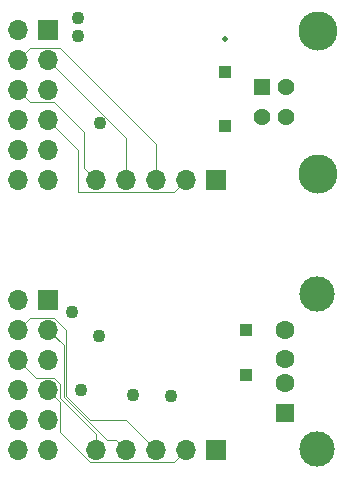
<source format=gbr>
G04 #@! TF.GenerationSoftware,KiCad,Pcbnew,5.1.6-c6e7f7d~86~ubuntu18.04.1*
G04 #@! TF.CreationDate,2021-05-10T20:55:15-07:00*
G04 #@! TF.ProjectId,usb_pmod,7573625f-706d-46f6-942e-6b696361645f,rev?*
G04 #@! TF.SameCoordinates,Original*
G04 #@! TF.FileFunction,Copper,L4,Bot*
G04 #@! TF.FilePolarity,Positive*
%FSLAX46Y46*%
G04 Gerber Fmt 4.6, Leading zero omitted, Abs format (unit mm)*
G04 Created by KiCad (PCBNEW 5.1.6-c6e7f7d~86~ubuntu18.04.1) date 2021-05-10 20:55:15*
%MOMM*%
%LPD*%
G01*
G04 APERTURE LIST*
G04 #@! TA.AperFunction,ComponentPad*
%ADD10R,1.000000X1.000000*%
G04 #@! TD*
G04 #@! TA.AperFunction,ComponentPad*
%ADD11C,3.316000*%
G04 #@! TD*
G04 #@! TA.AperFunction,ComponentPad*
%ADD12C,1.428000*%
G04 #@! TD*
G04 #@! TA.AperFunction,ComponentPad*
%ADD13R,1.428000X1.428000*%
G04 #@! TD*
G04 #@! TA.AperFunction,ComponentPad*
%ADD14C,1.600000*%
G04 #@! TD*
G04 #@! TA.AperFunction,ComponentPad*
%ADD15R,1.600000X1.600000*%
G04 #@! TD*
G04 #@! TA.AperFunction,ComponentPad*
%ADD16C,3.000000*%
G04 #@! TD*
G04 #@! TA.AperFunction,ComponentPad*
%ADD17O,1.700000X1.700000*%
G04 #@! TD*
G04 #@! TA.AperFunction,ComponentPad*
%ADD18R,1.700000X1.700000*%
G04 #@! TD*
G04 #@! TA.AperFunction,ViaPad*
%ADD19C,1.100000*%
G04 #@! TD*
G04 #@! TA.AperFunction,ViaPad*
%ADD20C,0.500000*%
G04 #@! TD*
G04 #@! TA.AperFunction,Conductor*
%ADD21C,0.088900*%
G04 #@! TD*
G04 APERTURE END LIST*
D10*
X103124000Y-96520000D03*
X103124000Y-100330000D03*
X101346000Y-79248000D03*
X101346000Y-74676000D03*
D11*
X109202000Y-71272000D03*
X109202000Y-83312000D03*
D12*
X106492000Y-76002000D03*
X106492000Y-78502000D03*
X104492000Y-78502000D03*
D13*
X104492000Y-76002000D03*
D14*
X106426000Y-96542000D03*
X106426000Y-99042000D03*
X106426000Y-101042000D03*
D15*
X106426000Y-103542000D03*
D16*
X109136000Y-106612000D03*
X109136000Y-93472000D03*
D17*
X90424000Y-83820000D03*
X92964000Y-83820000D03*
X95504000Y-83820000D03*
X98044000Y-83820000D03*
D18*
X100584000Y-83820000D03*
D17*
X90424000Y-106680000D03*
X92964000Y-106680000D03*
X95504000Y-106680000D03*
X98044000Y-106680000D03*
D18*
X100584000Y-106680000D03*
D17*
X83820000Y-106680000D03*
X86360000Y-106680000D03*
X83820000Y-104140000D03*
X86360000Y-104140000D03*
X83820000Y-101600000D03*
X86360000Y-101600000D03*
X83820000Y-99060000D03*
X86360000Y-99060000D03*
X83820000Y-96520000D03*
X86360000Y-96520000D03*
X83820000Y-93980000D03*
D18*
X86360000Y-93980000D03*
D17*
X83820000Y-83820000D03*
X86360000Y-83820000D03*
X83820000Y-81280000D03*
X86360000Y-81280000D03*
X83820000Y-78740000D03*
X86360000Y-78740000D03*
X83820000Y-76200000D03*
X86360000Y-76200000D03*
X83820000Y-73660000D03*
X86360000Y-73660000D03*
X83820000Y-71120000D03*
D18*
X86360000Y-71120000D03*
D19*
X88900000Y-71628000D03*
X90678000Y-97028000D03*
X88392000Y-94996000D03*
X96774000Y-102108000D03*
X88900000Y-70104000D03*
X90703071Y-79023371D03*
X93512540Y-102044500D03*
X89154000Y-101600000D03*
D20*
X101346000Y-71882000D03*
D21*
X89933703Y-107701451D02*
X87381451Y-105149199D01*
X97022549Y-107701451D02*
X89933703Y-107701451D01*
X98044000Y-106680000D02*
X97022549Y-107701451D01*
X87381451Y-102621451D02*
X86360000Y-101600000D01*
X87381451Y-105149199D02*
X87381451Y-102621451D01*
X86850297Y-100578549D02*
X85338549Y-100578549D01*
X90424000Y-106680000D02*
X90424000Y-105358656D01*
X90424000Y-105358656D02*
X87381451Y-102316107D01*
X87381451Y-102316107D02*
X87381451Y-101109703D01*
X87381451Y-101109703D02*
X86850297Y-100578549D01*
X85338549Y-100578549D02*
X83820000Y-99060000D01*
X92114001Y-105830001D02*
X91300657Y-105830001D01*
X87668089Y-102197433D02*
X87668089Y-97828089D01*
X92964000Y-106680000D02*
X92114001Y-105830001D01*
X91300657Y-105830001D02*
X87668089Y-102197433D01*
X87668089Y-97828089D02*
X86360000Y-96520000D01*
X95504000Y-106680000D02*
X92964000Y-104140000D01*
X92964000Y-104140000D02*
X89916000Y-104140000D01*
X89916000Y-104140000D02*
X87884000Y-102108000D01*
X84841451Y-95498549D02*
X83820000Y-96520000D01*
X86850297Y-95498549D02*
X84841451Y-95498549D01*
X87884000Y-96532252D02*
X86850297Y-95498549D01*
X87884000Y-102108000D02*
X87884000Y-96532252D01*
X88905451Y-81285451D02*
X86360000Y-78740000D01*
X97022549Y-84841451D02*
X88905451Y-84841451D01*
X88905451Y-84841451D02*
X88905451Y-81285451D01*
X98044000Y-83820000D02*
X97022549Y-84841451D01*
X89402549Y-82798549D02*
X89402549Y-79750549D01*
X90424000Y-83820000D02*
X89402549Y-82798549D01*
X84841451Y-77221451D02*
X83820000Y-76200000D01*
X86873451Y-77221451D02*
X84841451Y-77221451D01*
X89402549Y-79750549D02*
X86873451Y-77221451D01*
X92964000Y-80264000D02*
X86360000Y-73660000D01*
X92964000Y-83820000D02*
X92964000Y-80264000D01*
X95504000Y-83820000D02*
X95504000Y-80772000D01*
X84841451Y-72638549D02*
X83820000Y-73660000D01*
X87370549Y-72638549D02*
X84841451Y-72638549D01*
X95504000Y-80772000D02*
X87370549Y-72638549D01*
M02*

</source>
